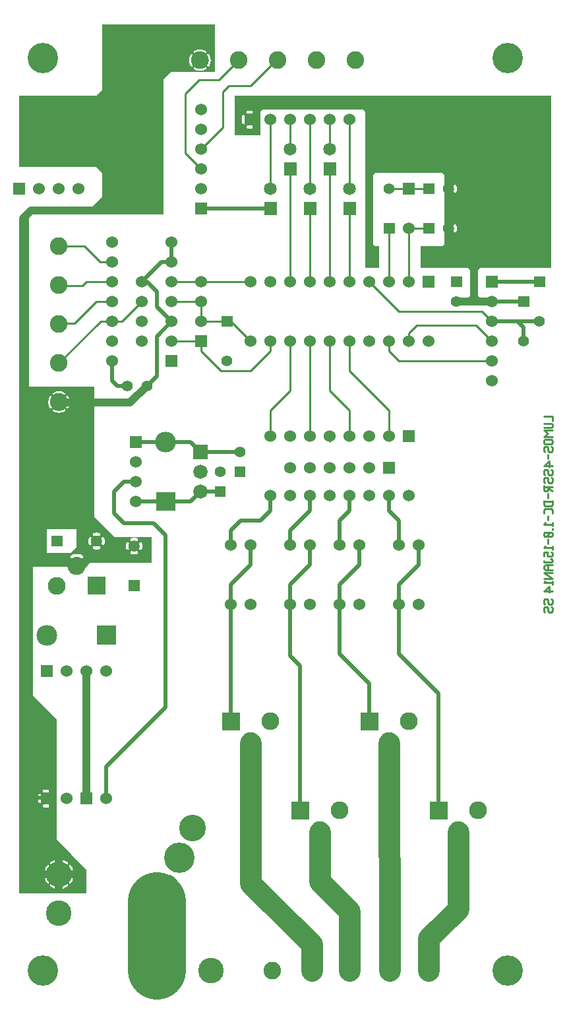
<source format=gbr>
G04 start of page 3 for group 3 idx 5 *
G04 Title: 4SSR-DC, bottom *
G04 Creator: pcb 20110918 *
G04 CreationDate: 五  1/17 15:31:06 2014 UTC *
G04 For: steve *
G04 Format: Gerber/RS-274X *
G04 PCB-Dimensions: 290000 515000 *
G04 PCB-Coordinate-Origin: lower left *
%MOIN*%
%FSLAX25Y25*%
%LNBOTTOM*%
%ADD61C,0.0430*%
%ADD60C,0.0512*%
%ADD59C,0.0500*%
%ADD58C,0.0420*%
%ADD57C,0.0454*%
%ADD56C,0.0380*%
%ADD55C,0.0300*%
%ADD54C,0.0280*%
%ADD53C,0.1495*%
%ADD52C,0.0650*%
%ADD51C,0.1050*%
%ADD50C,0.1350*%
%ADD49C,0.1535*%
%ADD48C,0.0720*%
%ADD47C,0.1287*%
%ADD46C,0.0887*%
%ADD45C,0.0900*%
%ADD44C,0.0550*%
%ADD43C,0.0600*%
%ADD42C,0.2930*%
%ADD41C,0.1100*%
%ADD40C,0.0400*%
%ADD39C,0.0100*%
%ADD38C,0.0200*%
%ADD37C,0.0001*%
G54D37*G36*
X33002Y314519D02*X33025Y314514D01*
X33260Y314495D01*
X33319Y314500D01*
X37072D01*
X36908Y314159D01*
X36704Y313818D01*
X36665Y313750D01*
X36638Y313676D01*
X36623Y313599D01*
X36621Y313520D01*
X36631Y313442D01*
X36652Y313366D01*
X36686Y313295D01*
X36730Y313230D01*
X36784Y313172D01*
X36846Y313124D01*
X36915Y313086D01*
X36989Y313059D01*
X37066Y313044D01*
X37145Y313042D01*
X37223Y313051D01*
X37298Y313073D01*
X37370Y313107D01*
X37435Y313151D01*
X37492Y313205D01*
X37539Y313267D01*
X37794Y313683D01*
X38005Y314123D01*
X38147Y314500D01*
X51000D01*
Y259000D01*
X33002D01*
Y310823D01*
X33244D01*
X33730Y310867D01*
X34210Y310954D01*
X34680Y311083D01*
X35137Y311255D01*
X35577Y311466D01*
X35996Y311716D01*
X36059Y311764D01*
X36113Y311822D01*
X36157Y311888D01*
X36191Y311960D01*
X36213Y312036D01*
X36223Y312115D01*
X36220Y312194D01*
X36205Y312272D01*
X36178Y312347D01*
X36140Y312417D01*
X36091Y312479D01*
X36033Y312534D01*
X35967Y312578D01*
X35895Y312612D01*
X35819Y312634D01*
X35740Y312644D01*
X35661Y312641D01*
X35583Y312626D01*
X35508Y312599D01*
X35440Y312559D01*
X35101Y312352D01*
X34742Y312179D01*
X34370Y312040D01*
X33986Y311934D01*
X33595Y311863D01*
X33199Y311827D01*
X33002D01*
Y314519D01*
G37*
G36*
Y324000D02*X51000D01*
Y317500D01*
X38298D01*
X38177Y317940D01*
X38005Y318397D01*
X37794Y318837D01*
X37544Y319256D01*
X37496Y319319D01*
X37438Y319373D01*
X37372Y319417D01*
X37300Y319451D01*
X37224Y319473D01*
X37145Y319483D01*
X37066Y319480D01*
X36988Y319465D01*
X36913Y319438D01*
X36843Y319400D01*
X36781Y319351D01*
X36726Y319293D01*
X36682Y319227D01*
X36648Y319155D01*
X36626Y319079D01*
X36616Y319000D01*
X36619Y318921D01*
X36634Y318843D01*
X36661Y318768D01*
X36701Y318700D01*
X36908Y318361D01*
X37081Y318002D01*
X37220Y317630D01*
X37256Y317500D01*
X33847D01*
X33683Y317601D01*
X33465Y317691D01*
X33235Y317746D01*
X33002Y317764D01*
Y320693D01*
X33199D01*
X33595Y320657D01*
X33986Y320586D01*
X34370Y320480D01*
X34742Y320341D01*
X35101Y320168D01*
X35442Y319964D01*
X35510Y319925D01*
X35584Y319898D01*
X35661Y319883D01*
X35740Y319881D01*
X35818Y319891D01*
X35894Y319912D01*
X35965Y319946D01*
X36030Y319990D01*
X36088Y320044D01*
X36136Y320106D01*
X36174Y320175D01*
X36201Y320249D01*
X36216Y320326D01*
X36218Y320405D01*
X36209Y320483D01*
X36187Y320558D01*
X36153Y320630D01*
X36109Y320695D01*
X36055Y320752D01*
X35993Y320799D01*
X35577Y321054D01*
X35137Y321265D01*
X34680Y321437D01*
X34210Y321566D01*
X33730Y321653D01*
X33244Y321697D01*
X33002D01*
Y324000D01*
G37*
G36*
X28473D02*X33002D01*
Y321697D01*
X32756D01*
X32270Y321653D01*
X31790Y321566D01*
X31320Y321437D01*
X30863Y321265D01*
X30423Y321054D01*
X30004Y320804D01*
X29941Y320756D01*
X29887Y320698D01*
X29843Y320632D01*
X29809Y320560D01*
X29787Y320484D01*
X29777Y320405D01*
X29780Y320326D01*
X29795Y320248D01*
X29822Y320173D01*
X29860Y320103D01*
X29909Y320041D01*
X29967Y319986D01*
X30033Y319942D01*
X30105Y319908D01*
X30181Y319886D01*
X30260Y319876D01*
X30339Y319879D01*
X30417Y319894D01*
X30492Y319921D01*
X30560Y319961D01*
X30899Y320168D01*
X31258Y320341D01*
X31630Y320480D01*
X32014Y320586D01*
X32405Y320657D01*
X32801Y320693D01*
X33002D01*
Y317764D01*
X33000Y317765D01*
X32765Y317746D01*
X32535Y317691D01*
X32317Y317601D01*
X32116Y317477D01*
X31936Y317324D01*
X31783Y317144D01*
X31659Y316943D01*
X31569Y316725D01*
X31514Y316495D01*
X31495Y316260D01*
X31514Y316025D01*
X31569Y315795D01*
X31659Y315577D01*
X31783Y315376D01*
X31939Y315199D01*
X32158Y314981D01*
X32196Y314936D01*
X32375Y314783D01*
X32376Y314783D01*
X32577Y314659D01*
X32795Y314569D01*
X33002Y314519D01*
Y311827D01*
X32801D01*
X32405Y311863D01*
X32014Y311934D01*
X31630Y312040D01*
X31258Y312179D01*
X30899Y312352D01*
X30558Y312556D01*
X30490Y312595D01*
X30416Y312622D01*
X30339Y312637D01*
X30260Y312639D01*
X30182Y312629D01*
X30106Y312608D01*
X30035Y312574D01*
X29970Y312530D01*
X29912Y312476D01*
X29864Y312414D01*
X29826Y312345D01*
X29799Y312271D01*
X29784Y312194D01*
X29782Y312115D01*
X29791Y312037D01*
X29813Y311962D01*
X29847Y311890D01*
X29891Y311825D01*
X29945Y311768D01*
X30007Y311721D01*
X30423Y311466D01*
X30863Y311255D01*
X31320Y311083D01*
X31790Y310954D01*
X32270Y310867D01*
X32756Y310823D01*
X33002D01*
Y259000D01*
X28473D01*
Y313242D01*
X28504Y313201D01*
X28562Y313147D01*
X28628Y313103D01*
X28700Y313069D01*
X28776Y313047D01*
X28855Y313037D01*
X28934Y313040D01*
X29012Y313055D01*
X29087Y313082D01*
X29157Y313120D01*
X29219Y313169D01*
X29274Y313227D01*
X29318Y313293D01*
X29352Y313365D01*
X29374Y313441D01*
X29384Y313520D01*
X29381Y313599D01*
X29366Y313677D01*
X29339Y313752D01*
X29299Y313820D01*
X29092Y314159D01*
X28919Y314518D01*
X28780Y314890D01*
X28674Y315274D01*
X28603Y315665D01*
X28567Y316061D01*
Y316459D01*
X28603Y316855D01*
X28674Y317246D01*
X28780Y317630D01*
X28919Y318002D01*
X29092Y318361D01*
X29296Y318702D01*
X29335Y318770D01*
X29362Y318844D01*
X29377Y318921D01*
X29379Y319000D01*
X29369Y319078D01*
X29348Y319154D01*
X29314Y319225D01*
X29270Y319290D01*
X29216Y319348D01*
X29154Y319396D01*
X29085Y319434D01*
X29011Y319461D01*
X28934Y319476D01*
X28855Y319478D01*
X28777Y319469D01*
X28702Y319447D01*
X28630Y319413D01*
X28565Y319369D01*
X28508Y319315D01*
X28473Y319269D01*
Y324000D01*
G37*
G36*
X13000D02*X28473D01*
Y319269D01*
X28461Y319253D01*
X28206Y318837D01*
X27995Y318397D01*
X27823Y317940D01*
X27694Y317470D01*
X27607Y316990D01*
X27563Y316504D01*
Y316016D01*
X27607Y315530D01*
X27694Y315050D01*
X27823Y314580D01*
X27995Y314123D01*
X28206Y313683D01*
X28456Y313264D01*
X28473Y313242D01*
Y259000D01*
X13000D01*
Y324000D01*
G37*
G36*
X74390Y248000D02*X80000D01*
Y235000D01*
X74390D01*
Y241535D01*
X74481Y241553D01*
X74592Y241593D01*
X74695Y241651D01*
X74788Y241723D01*
X74869Y241810D01*
X74935Y241908D01*
X74982Y242015D01*
X75103Y242375D01*
X75187Y242745D01*
X75237Y243121D01*
X75254Y243500D01*
X75237Y243879D01*
X75187Y244255D01*
X75103Y244625D01*
X74986Y244986D01*
X74937Y245094D01*
X74871Y245192D01*
X74790Y245279D01*
X74697Y245352D01*
X74593Y245409D01*
X74482Y245450D01*
X74390Y245468D01*
Y248000D01*
G37*
G36*
X71001D02*X74390D01*
Y245468D01*
X74366Y245473D01*
X74247Y245477D01*
X74130Y245463D01*
X74016Y245430D01*
X73908Y245380D01*
X73810Y245314D01*
X73723Y245233D01*
X73650Y245140D01*
X73593Y245036D01*
X73552Y244925D01*
X73529Y244809D01*
X73525Y244690D01*
X73539Y244573D01*
X73574Y244460D01*
X73652Y244227D01*
X73706Y243988D01*
X73739Y243745D01*
X73750Y243500D01*
X73739Y243255D01*
X73706Y243012D01*
X73652Y242773D01*
X73577Y242539D01*
X73542Y242427D01*
X73528Y242310D01*
X73532Y242192D01*
X73555Y242076D01*
X73595Y241965D01*
X73653Y241862D01*
X73725Y241769D01*
X73812Y241688D01*
X73910Y241622D01*
X74017Y241573D01*
X74130Y241540D01*
X74247Y241526D01*
X74365Y241530D01*
X74390Y241535D01*
Y235000D01*
X71001D01*
Y239246D01*
X71379Y239263D01*
X71755Y239313D01*
X72125Y239397D01*
X72486Y239514D01*
X72594Y239563D01*
X72692Y239629D01*
X72779Y239710D01*
X72852Y239803D01*
X72909Y239907D01*
X72950Y240018D01*
X72973Y240134D01*
X72977Y240253D01*
X72963Y240370D01*
X72930Y240484D01*
X72880Y240592D01*
X72814Y240690D01*
X72733Y240777D01*
X72640Y240850D01*
X72536Y240907D01*
X72425Y240948D01*
X72309Y240971D01*
X72190Y240975D01*
X72073Y240961D01*
X71960Y240926D01*
X71727Y240848D01*
X71488Y240794D01*
X71245Y240761D01*
X71001Y240750D01*
Y246250D01*
X71245Y246239D01*
X71488Y246206D01*
X71727Y246152D01*
X71961Y246077D01*
X72073Y246042D01*
X72190Y246028D01*
X72308Y246032D01*
X72424Y246055D01*
X72535Y246095D01*
X72638Y246153D01*
X72731Y246225D01*
X72812Y246312D01*
X72878Y246410D01*
X72927Y246517D01*
X72960Y246630D01*
X72974Y246747D01*
X72970Y246865D01*
X72947Y246981D01*
X72907Y247092D01*
X72849Y247195D01*
X72777Y247288D01*
X72690Y247369D01*
X72592Y247435D01*
X72485Y247482D01*
X72125Y247603D01*
X71755Y247687D01*
X71379Y247737D01*
X71001Y247754D01*
Y248000D01*
G37*
G36*
X67610D02*X71001D01*
Y247754D01*
X71000Y247754D01*
X70621Y247737D01*
X70245Y247687D01*
X69875Y247603D01*
X69514Y247486D01*
X69406Y247437D01*
X69308Y247371D01*
X69221Y247290D01*
X69148Y247197D01*
X69091Y247093D01*
X69050Y246982D01*
X69027Y246866D01*
X69023Y246747D01*
X69037Y246630D01*
X69070Y246516D01*
X69120Y246408D01*
X69186Y246310D01*
X69267Y246223D01*
X69360Y246150D01*
X69464Y246093D01*
X69575Y246052D01*
X69691Y246029D01*
X69810Y246025D01*
X69927Y246039D01*
X70040Y246074D01*
X70273Y246152D01*
X70512Y246206D01*
X70755Y246239D01*
X71000Y246250D01*
X71001Y246250D01*
Y240750D01*
X71000Y240750D01*
X70755Y240761D01*
X70512Y240794D01*
X70273Y240848D01*
X70039Y240923D01*
X69927Y240958D01*
X69810Y240972D01*
X69692Y240968D01*
X69576Y240945D01*
X69465Y240905D01*
X69362Y240847D01*
X69269Y240775D01*
X69188Y240688D01*
X69122Y240590D01*
X69073Y240483D01*
X69040Y240370D01*
X69026Y240253D01*
X69030Y240135D01*
X69053Y240019D01*
X69093Y239908D01*
X69150Y239805D01*
X69223Y239712D01*
X69310Y239631D01*
X69408Y239565D01*
X69515Y239518D01*
X69875Y239397D01*
X70245Y239313D01*
X70621Y239263D01*
X71000Y239246D01*
X71001Y239246D01*
Y235000D01*
X67610D01*
Y241532D01*
X67634Y241527D01*
X67753Y241523D01*
X67870Y241537D01*
X67984Y241570D01*
X68092Y241620D01*
X68190Y241686D01*
X68277Y241767D01*
X68350Y241860D01*
X68407Y241964D01*
X68448Y242075D01*
X68471Y242191D01*
X68475Y242310D01*
X68461Y242427D01*
X68426Y242540D01*
X68348Y242773D01*
X68294Y243012D01*
X68261Y243255D01*
X68250Y243500D01*
X68261Y243745D01*
X68294Y243988D01*
X68348Y244227D01*
X68423Y244461D01*
X68458Y244573D01*
X68472Y244690D01*
X68468Y244808D01*
X68445Y244924D01*
X68405Y245035D01*
X68347Y245138D01*
X68275Y245231D01*
X68188Y245312D01*
X68090Y245378D01*
X67983Y245427D01*
X67870Y245460D01*
X67753Y245474D01*
X67635Y245470D01*
X67610Y245465D01*
Y248000D01*
G37*
G36*
X55390Y253610D02*X61000Y248000D01*
X67610D01*
Y245465D01*
X67519Y245447D01*
X67408Y245407D01*
X67305Y245350D01*
X67212Y245277D01*
X67131Y245190D01*
X67065Y245092D01*
X67018Y244985D01*
X66897Y244625D01*
X66813Y244255D01*
X66763Y243879D01*
X66746Y243500D01*
X66763Y243121D01*
X66813Y242745D01*
X66897Y242375D01*
X67014Y242014D01*
X67063Y241906D01*
X67129Y241808D01*
X67210Y241721D01*
X67303Y241648D01*
X67407Y241591D01*
X67518Y241550D01*
X67610Y241532D01*
Y235000D01*
X55390D01*
Y244035D01*
X55481Y244053D01*
X55592Y244093D01*
X55695Y244151D01*
X55788Y244223D01*
X55869Y244310D01*
X55935Y244408D01*
X55982Y244515D01*
X56103Y244875D01*
X56187Y245245D01*
X56237Y245621D01*
X56254Y246000D01*
X56237Y246379D01*
X56187Y246755D01*
X56103Y247125D01*
X55986Y247486D01*
X55937Y247594D01*
X55871Y247692D01*
X55790Y247779D01*
X55697Y247852D01*
X55593Y247909D01*
X55482Y247950D01*
X55390Y247968D01*
Y253610D01*
G37*
G36*
X52001Y256999D02*X55390Y253610D01*
Y247968D01*
X55366Y247973D01*
X55247Y247977D01*
X55130Y247963D01*
X55016Y247930D01*
X54908Y247880D01*
X54810Y247814D01*
X54723Y247733D01*
X54650Y247640D01*
X54593Y247536D01*
X54552Y247425D01*
X54529Y247309D01*
X54525Y247190D01*
X54539Y247073D01*
X54574Y246960D01*
X54652Y246727D01*
X54706Y246488D01*
X54739Y246245D01*
X54750Y246000D01*
X54739Y245755D01*
X54706Y245512D01*
X54652Y245273D01*
X54577Y245039D01*
X54542Y244927D01*
X54528Y244810D01*
X54532Y244692D01*
X54555Y244576D01*
X54595Y244465D01*
X54653Y244362D01*
X54725Y244269D01*
X54812Y244188D01*
X54910Y244122D01*
X55017Y244073D01*
X55130Y244040D01*
X55247Y244026D01*
X55365Y244030D01*
X55390Y244035D01*
Y235000D01*
X52001D01*
Y241746D01*
X52379Y241763D01*
X52755Y241813D01*
X53125Y241897D01*
X53486Y242014D01*
X53594Y242063D01*
X53692Y242129D01*
X53779Y242210D01*
X53852Y242303D01*
X53909Y242407D01*
X53950Y242518D01*
X53973Y242634D01*
X53977Y242753D01*
X53963Y242870D01*
X53930Y242984D01*
X53880Y243092D01*
X53814Y243190D01*
X53733Y243277D01*
X53640Y243350D01*
X53536Y243407D01*
X53425Y243448D01*
X53309Y243471D01*
X53190Y243475D01*
X53073Y243461D01*
X52960Y243426D01*
X52727Y243348D01*
X52488Y243294D01*
X52245Y243261D01*
X52001Y243250D01*
Y248750D01*
X52245Y248739D01*
X52488Y248706D01*
X52727Y248652D01*
X52961Y248577D01*
X53073Y248542D01*
X53190Y248528D01*
X53308Y248532D01*
X53424Y248555D01*
X53535Y248595D01*
X53638Y248653D01*
X53731Y248725D01*
X53812Y248812D01*
X53878Y248910D01*
X53927Y249017D01*
X53960Y249130D01*
X53974Y249247D01*
X53970Y249365D01*
X53947Y249481D01*
X53907Y249592D01*
X53849Y249695D01*
X53777Y249788D01*
X53690Y249869D01*
X53592Y249935D01*
X53485Y249982D01*
X53125Y250103D01*
X52755Y250187D01*
X52379Y250237D01*
X52001Y250254D01*
Y256999D01*
G37*
G36*
X48610Y261000D02*X51000D01*
Y258000D01*
X52001Y256999D01*
Y250254D01*
X52000Y250254D01*
X51621Y250237D01*
X51245Y250187D01*
X50875Y250103D01*
X50514Y249986D01*
X50406Y249937D01*
X50308Y249871D01*
X50221Y249790D01*
X50148Y249697D01*
X50091Y249593D01*
X50050Y249482D01*
X50027Y249366D01*
X50023Y249247D01*
X50037Y249130D01*
X50070Y249016D01*
X50120Y248908D01*
X50186Y248810D01*
X50267Y248723D01*
X50360Y248650D01*
X50464Y248593D01*
X50575Y248552D01*
X50691Y248529D01*
X50810Y248525D01*
X50927Y248539D01*
X51040Y248574D01*
X51273Y248652D01*
X51512Y248706D01*
X51755Y248739D01*
X52000Y248750D01*
X52001Y248750D01*
Y243250D01*
X52000Y243250D01*
X51755Y243261D01*
X51512Y243294D01*
X51273Y243348D01*
X51039Y243423D01*
X50927Y243458D01*
X50810Y243472D01*
X50692Y243468D01*
X50576Y243445D01*
X50465Y243405D01*
X50362Y243347D01*
X50269Y243275D01*
X50188Y243188D01*
X50122Y243090D01*
X50073Y242983D01*
X50040Y242870D01*
X50026Y242753D01*
X50030Y242635D01*
X50053Y242519D01*
X50093Y242408D01*
X50150Y242305D01*
X50223Y242212D01*
X50310Y242131D01*
X50408Y242065D01*
X50515Y242018D01*
X50875Y241897D01*
X51245Y241813D01*
X51621Y241763D01*
X52000Y241746D01*
X52001Y241746D01*
Y235000D01*
X48610D01*
Y244032D01*
X48634Y244027D01*
X48753Y244023D01*
X48870Y244037D01*
X48984Y244070D01*
X49092Y244120D01*
X49190Y244186D01*
X49277Y244267D01*
X49350Y244360D01*
X49407Y244464D01*
X49448Y244575D01*
X49471Y244691D01*
X49475Y244810D01*
X49461Y244927D01*
X49426Y245040D01*
X49348Y245273D01*
X49294Y245512D01*
X49261Y245755D01*
X49250Y246000D01*
X49261Y246245D01*
X49294Y246488D01*
X49348Y246727D01*
X49423Y246961D01*
X49458Y247073D01*
X49472Y247190D01*
X49468Y247308D01*
X49445Y247424D01*
X49405Y247535D01*
X49347Y247638D01*
X49275Y247731D01*
X49188Y247812D01*
X49090Y247878D01*
X48983Y247927D01*
X48870Y247960D01*
X48753Y247974D01*
X48635Y247970D01*
X48610Y247965D01*
Y261000D01*
G37*
G36*
X42000D02*X48610D01*
Y247965D01*
X48519Y247947D01*
X48408Y247907D01*
X48305Y247850D01*
X48212Y247777D01*
X48131Y247690D01*
X48065Y247592D01*
X48018Y247485D01*
X47897Y247125D01*
X47813Y246755D01*
X47763Y246379D01*
X47746Y246000D01*
X47763Y245621D01*
X47813Y245245D01*
X47897Y244875D01*
X48014Y244514D01*
X48063Y244406D01*
X48129Y244308D01*
X48210Y244221D01*
X48303Y244148D01*
X48407Y244091D01*
X48518Y244050D01*
X48610Y244032D01*
Y235000D01*
X47811D01*
X47705Y235378D01*
X47511Y235888D01*
X47272Y236378D01*
X47208Y236478D01*
X47128Y236566D01*
X47035Y236640D01*
X46932Y236699D01*
X46821Y236742D01*
X46705Y236766D01*
X46587Y236772D01*
X46468Y236760D01*
X46354Y236729D01*
X46245Y236680D01*
X46146Y236615D01*
X46058Y236535D01*
X45983Y236443D01*
X45924Y236340D01*
X45882Y236229D01*
X45871Y236178D01*
X45866Y236181D01*
X45430Y236362D01*
X44971Y236472D01*
X44500Y236500D01*
X41998D01*
Y237995D01*
X42204D01*
X42611Y237958D01*
X43013Y237884D01*
X43407Y237774D01*
X43789Y237629D01*
X44156Y237450D01*
X44263Y237400D01*
X44377Y237369D01*
X44494Y237356D01*
X44612Y237362D01*
X44728Y237386D01*
X44838Y237428D01*
X44940Y237487D01*
X45032Y237561D01*
X45111Y237649D01*
X45176Y237748D01*
X45224Y237855D01*
X45255Y237969D01*
X45268Y238087D01*
X45262Y238205D01*
X45237Y238320D01*
X45195Y238430D01*
X45136Y238533D01*
X45062Y238625D01*
X44975Y238704D01*
X44875Y238766D01*
X44388Y239011D01*
X43878Y239205D01*
X43352Y239352D01*
X42816Y239451D01*
X42273Y239500D01*
X41998D01*
Y242998D01*
X42000Y243000D01*
Y261000D01*
G37*
G36*
X41998Y236500D02*X39500D01*
X39029Y236472D01*
X38570Y236362D01*
X38134Y236181D01*
X38125Y236176D01*
X38114Y236228D01*
X38072Y236338D01*
X38013Y236440D01*
X37939Y236532D01*
X37851Y236611D01*
X37752Y236676D01*
X37645Y236724D01*
X37531Y236755D01*
X37413Y236768D01*
X37295Y236762D01*
X37180Y236737D01*
X37070Y236695D01*
X36967Y236636D01*
X36875Y236562D01*
X36796Y236475D01*
X36734Y236375D01*
X36489Y235888D01*
X36295Y235378D01*
X36189Y235000D01*
X34000D01*
X41998Y242998D01*
Y239500D01*
X41727D01*
X41184Y239451D01*
X40648Y239352D01*
X40122Y239205D01*
X39612Y239011D01*
X39122Y238772D01*
X39022Y238708D01*
X38934Y238628D01*
X38860Y238535D01*
X38801Y238432D01*
X38758Y238321D01*
X38734Y238205D01*
X38728Y238087D01*
X38740Y237968D01*
X38771Y237854D01*
X38820Y237745D01*
X38885Y237646D01*
X38965Y237558D01*
X39057Y237483D01*
X39160Y237424D01*
X39271Y237382D01*
X39387Y237357D01*
X39506Y237351D01*
X39624Y237364D01*
X39739Y237395D01*
X39846Y237446D01*
X40211Y237629D01*
X40593Y237774D01*
X40987Y237884D01*
X41389Y237958D01*
X41796Y237995D01*
X41998D01*
Y236500D01*
G37*
G36*
X13000Y259000D02*Y261000D01*
X42000D01*
Y252000D01*
X27000D01*
Y240000D01*
X42000D01*
Y239500D01*
X41727D01*
X41184Y239451D01*
X40648Y239352D01*
X40122Y239205D01*
X39612Y239011D01*
X39122Y238772D01*
X39022Y238708D01*
X38934Y238628D01*
X38860Y238535D01*
X38801Y238432D01*
X38758Y238321D01*
X38734Y238205D01*
X38728Y238087D01*
X38740Y237968D01*
X38771Y237854D01*
X38820Y237745D01*
X38885Y237646D01*
X38965Y237558D01*
X39057Y237483D01*
X39160Y237424D01*
X39271Y237382D01*
X39387Y237357D01*
X39506Y237351D01*
X39624Y237364D01*
X39739Y237395D01*
X39846Y237446D01*
X40211Y237629D01*
X40593Y237774D01*
X40987Y237884D01*
X41389Y237958D01*
X41796Y237995D01*
X42000D01*
Y236500D01*
X39500D01*
X39029Y236472D01*
X38570Y236362D01*
X38134Y236181D01*
X38125Y236176D01*
X38114Y236228D01*
X38072Y236338D01*
X38013Y236440D01*
X37939Y236532D01*
X37851Y236611D01*
X37752Y236676D01*
X37645Y236724D01*
X37531Y236755D01*
X37413Y236768D01*
X37295Y236762D01*
X37180Y236737D01*
X37070Y236695D01*
X36967Y236636D01*
X36875Y236562D01*
X36796Y236475D01*
X36734Y236375D01*
X36489Y235888D01*
X36295Y235378D01*
X36148Y234852D01*
X36049Y234316D01*
X36000Y233773D01*
Y233227D01*
X36021Y233000D01*
X20000D01*
Y228000D01*
X13000D01*
Y259000D01*
G37*
G36*
Y229000D02*X20000D01*
Y158000D01*
X13000D01*
Y229000D01*
G37*
G36*
X39248Y79207D02*X39329Y78858D01*
X39410Y78274D01*
X39437Y77685D01*
X39410Y77096D01*
X39329Y76512D01*
X39248Y76163D01*
Y79207D01*
G37*
G36*
Y87752D02*X47000Y80000D01*
Y68000D01*
X39248D01*
Y73651D01*
X39348Y73796D01*
X39677Y74393D01*
X39951Y75018D01*
X40165Y75665D01*
X40320Y76329D01*
X40414Y77004D01*
X40445Y77685D01*
X40414Y78366D01*
X40320Y79041D01*
X40165Y79705D01*
X39951Y80352D01*
X39677Y80977D01*
X39348Y81574D01*
X39248Y81722D01*
Y87752D01*
G37*
G36*
X33003Y93997D02*X39248Y87752D01*
Y81722D01*
X38966Y82138D01*
X38914Y82199D01*
X38852Y82250D01*
X38784Y82291D01*
X38710Y82320D01*
X38632Y82338D01*
X38552Y82343D01*
X38473Y82336D01*
X38396Y82316D01*
X38322Y82285D01*
X38255Y82242D01*
X38195Y82189D01*
X38144Y82128D01*
X38103Y82060D01*
X38074Y81985D01*
X38056Y81908D01*
X38051Y81828D01*
X38058Y81749D01*
X38078Y81671D01*
X38109Y81598D01*
X38153Y81532D01*
X38489Y81048D01*
X38774Y80531D01*
X39010Y79991D01*
X39195Y79432D01*
X39248Y79207D01*
Y76163D01*
X39195Y75938D01*
X39010Y75379D01*
X38774Y74839D01*
X38489Y74322D01*
X38158Y73834D01*
X38115Y73769D01*
X38084Y73696D01*
X38065Y73620D01*
X38057Y73542D01*
X38063Y73463D01*
X38080Y73387D01*
X38109Y73313D01*
X38149Y73246D01*
X38200Y73185D01*
X38259Y73133D01*
X38326Y73091D01*
X38398Y73060D01*
X38474Y73041D01*
X38552Y73034D01*
X38631Y73039D01*
X38708Y73056D01*
X38781Y73086D01*
X38849Y73126D01*
X38909Y73176D01*
X38960Y73236D01*
X39248Y73651D01*
Y68000D01*
X33003D01*
Y70240D01*
X33681Y70271D01*
X34356Y70365D01*
X35020Y70520D01*
X35667Y70734D01*
X36292Y71008D01*
X36889Y71337D01*
X37453Y71719D01*
X37514Y71771D01*
X37565Y71833D01*
X37606Y71901D01*
X37635Y71975D01*
X37653Y72053D01*
X37658Y72133D01*
X37651Y72212D01*
X37631Y72289D01*
X37600Y72363D01*
X37557Y72430D01*
X37504Y72490D01*
X37443Y72541D01*
X37375Y72582D01*
X37300Y72611D01*
X37223Y72629D01*
X37143Y72634D01*
X37064Y72627D01*
X36986Y72607D01*
X36913Y72576D01*
X36847Y72532D01*
X36363Y72196D01*
X35846Y71911D01*
X35306Y71675D01*
X34747Y71490D01*
X34173Y71356D01*
X33589Y71275D01*
X33003Y71248D01*
Y84122D01*
X33589Y84095D01*
X34173Y84014D01*
X34747Y83880D01*
X35306Y83695D01*
X35846Y83459D01*
X36363Y83174D01*
X36851Y82843D01*
X36916Y82800D01*
X36989Y82769D01*
X37065Y82750D01*
X37143Y82742D01*
X37222Y82748D01*
X37298Y82765D01*
X37372Y82794D01*
X37439Y82834D01*
X37500Y82885D01*
X37552Y82944D01*
X37594Y83011D01*
X37625Y83083D01*
X37644Y83159D01*
X37651Y83238D01*
X37646Y83316D01*
X37629Y83393D01*
X37599Y83466D01*
X37559Y83534D01*
X37509Y83594D01*
X37449Y83645D01*
X36889Y84033D01*
X36292Y84362D01*
X35667Y84636D01*
X35020Y84850D01*
X34356Y85005D01*
X33681Y85099D01*
X33003Y85130D01*
Y93997D01*
G37*
G36*
X27000Y100000D02*X33003Y93997D01*
Y85130D01*
X33000Y85130D01*
X32319Y85099D01*
X31644Y85005D01*
X30980Y84850D01*
X30333Y84636D01*
X29708Y84362D01*
X29111Y84033D01*
X28547Y83651D01*
X28486Y83599D01*
X28435Y83537D01*
X28394Y83469D01*
X28365Y83395D01*
X28347Y83317D01*
X28342Y83237D01*
X28349Y83158D01*
X28369Y83081D01*
X28400Y83007D01*
X28443Y82940D01*
X28496Y82880D01*
X28557Y82829D01*
X28625Y82788D01*
X28700Y82759D01*
X28777Y82741D01*
X28857Y82736D01*
X28936Y82743D01*
X29014Y82763D01*
X29087Y82794D01*
X29153Y82838D01*
X29637Y83174D01*
X30154Y83459D01*
X30694Y83695D01*
X31253Y83880D01*
X31827Y84014D01*
X32411Y84095D01*
X33000Y84122D01*
X33003Y84122D01*
Y71248D01*
X33000Y71248D01*
X32411Y71275D01*
X31827Y71356D01*
X31253Y71490D01*
X30694Y71675D01*
X30154Y71911D01*
X29637Y72196D01*
X29149Y72527D01*
X29084Y72570D01*
X29011Y72601D01*
X28935Y72620D01*
X28857Y72628D01*
X28778Y72622D01*
X28702Y72605D01*
X28628Y72576D01*
X28561Y72536D01*
X28500Y72485D01*
X28448Y72426D01*
X28406Y72359D01*
X28375Y72287D01*
X28356Y72211D01*
X28349Y72133D01*
X28354Y72054D01*
X28371Y71977D01*
X28401Y71904D01*
X28441Y71836D01*
X28491Y71776D01*
X28551Y71725D01*
X29111Y71337D01*
X29708Y71008D01*
X30333Y70734D01*
X30980Y70520D01*
X31644Y70365D01*
X32319Y70271D01*
X33000Y70240D01*
X33003Y70240D01*
Y68000D01*
X26752D01*
Y73648D01*
X27034Y73232D01*
X27086Y73171D01*
X27148Y73120D01*
X27216Y73079D01*
X27290Y73050D01*
X27368Y73032D01*
X27448Y73027D01*
X27527Y73034D01*
X27604Y73054D01*
X27678Y73085D01*
X27745Y73128D01*
X27805Y73181D01*
X27856Y73242D01*
X27897Y73310D01*
X27926Y73385D01*
X27944Y73462D01*
X27949Y73542D01*
X27942Y73621D01*
X27922Y73699D01*
X27891Y73772D01*
X27847Y73838D01*
X27511Y74322D01*
X27226Y74839D01*
X26990Y75379D01*
X26805Y75938D01*
X26752Y76163D01*
Y79207D01*
X26805Y79432D01*
X26990Y79991D01*
X27226Y80531D01*
X27511Y81048D01*
X27842Y81536D01*
X27885Y81601D01*
X27916Y81674D01*
X27935Y81750D01*
X27943Y81828D01*
X27937Y81907D01*
X27920Y81983D01*
X27891Y82057D01*
X27851Y82124D01*
X27800Y82185D01*
X27741Y82237D01*
X27674Y82279D01*
X27602Y82310D01*
X27526Y82329D01*
X27448Y82336D01*
X27369Y82331D01*
X27292Y82314D01*
X27219Y82284D01*
X27151Y82244D01*
X27091Y82194D01*
X27040Y82134D01*
X26752Y81719D01*
Y100000D01*
X27000D01*
G37*
G36*
X26752Y76163D02*X26671Y76512D01*
X26590Y77096D01*
X26563Y77685D01*
X26590Y78274D01*
X26671Y78858D01*
X26752Y79207D01*
Y76163D01*
G37*
G36*
Y68000D02*X13000D01*
Y100000D01*
X26752D01*
Y81719D01*
X26652Y81574D01*
X26323Y80977D01*
X26049Y80352D01*
X25835Y79705D01*
X25680Y79041D01*
X25586Y78366D01*
X25555Y77685D01*
X25586Y77004D01*
X25680Y76329D01*
X25835Y75665D01*
X26049Y75018D01*
X26323Y74393D01*
X26652Y73796D01*
X26752Y73648D01*
Y68000D01*
G37*
G36*
X13000Y159000D02*X20000D01*
Y100000D01*
X13000D01*
Y159000D01*
G37*
G36*
X23250Y164750D02*X31000Y157000D01*
Y118208D01*
X30982Y118215D01*
X30868Y118243D01*
X30750Y118252D01*
X30632Y118243D01*
X30518Y118215D01*
X30408Y118170D01*
X30308Y118109D01*
X30218Y118032D01*
X30215Y118028D01*
X30121Y118121D01*
X29769Y118435D01*
X29366Y118681D01*
X28930Y118862D01*
X28471Y118972D01*
X28118Y119000D01*
X28500D01*
X28618Y119007D01*
X28732Y119035D01*
X28842Y119080D01*
X28942Y119141D01*
X29032Y119218D01*
X29109Y119308D01*
X29170Y119408D01*
X29215Y119518D01*
X29243Y119632D01*
X29252Y119750D01*
X29243Y119868D01*
X29215Y119982D01*
X29170Y120092D01*
X29109Y120192D01*
X29032Y120282D01*
X28942Y120359D01*
X28842Y120420D01*
X28732Y120465D01*
X28618Y120493D01*
X28500Y120500D01*
X25500D01*
X25382Y120493D01*
X25268Y120465D01*
X25158Y120420D01*
X25058Y120359D01*
X24968Y120282D01*
X24891Y120192D01*
X24830Y120092D01*
X24785Y119982D01*
X24757Y119868D01*
X24748Y119750D01*
X24757Y119632D01*
X24785Y119518D01*
X24830Y119408D01*
X24891Y119308D01*
X24968Y119218D01*
X25058Y119141D01*
X25158Y119080D01*
X25268Y119035D01*
X25382Y119007D01*
X25500Y119000D01*
X27882D01*
X27529Y118972D01*
X27070Y118862D01*
X26634Y118681D01*
X26231Y118435D01*
X25872Y118128D01*
X25565Y117769D01*
X25319Y117366D01*
X25138Y116930D01*
X25028Y116471D01*
X24991Y116000D01*
X25028Y115529D01*
X25138Y115070D01*
X25319Y114634D01*
X25565Y114231D01*
X25879Y113879D01*
X26194Y113564D01*
X26546Y113250D01*
X26949Y113004D01*
X26958Y113000D01*
X25500D01*
X25382Y112993D01*
X25268Y112965D01*
X25158Y112920D01*
X25058Y112859D01*
X24968Y112782D01*
X24891Y112692D01*
X24830Y112592D01*
X24785Y112482D01*
X24757Y112368D01*
X24748Y112250D01*
X24757Y112132D01*
X24785Y112018D01*
X24830Y111908D01*
X24891Y111808D01*
X24968Y111718D01*
X25058Y111641D01*
X25158Y111580D01*
X25268Y111535D01*
X25382Y111507D01*
X25500Y111500D01*
X28500D01*
X28618Y111507D01*
X28732Y111535D01*
X28842Y111580D01*
X28942Y111641D01*
X29032Y111718D01*
X29109Y111808D01*
X29170Y111908D01*
X29215Y112018D01*
X29243Y112132D01*
X29252Y112250D01*
X29243Y112368D01*
X29215Y112482D01*
X29170Y112592D01*
X29109Y112692D01*
X29039Y112774D01*
X29245Y112823D01*
X29681Y113004D01*
X30084Y113250D01*
X30443Y113557D01*
X30617Y113761D01*
X30632Y113757D01*
X30750Y113748D01*
X30868Y113757D01*
X30982Y113785D01*
X31000Y113792D01*
Y86000D01*
X23250D01*
Y113748D01*
X23368Y113757D01*
X23482Y113785D01*
X23592Y113830D01*
X23692Y113891D01*
X23782Y113968D01*
X23859Y114058D01*
X23920Y114158D01*
X23965Y114268D01*
X23993Y114382D01*
X24000Y114500D01*
Y117500D01*
X23993Y117618D01*
X23965Y117732D01*
X23920Y117842D01*
X23859Y117942D01*
X23782Y118032D01*
X23692Y118109D01*
X23592Y118170D01*
X23482Y118215D01*
X23368Y118243D01*
X23250Y118252D01*
Y164750D01*
G37*
G36*
X19000Y169000D02*X23250Y164750D01*
Y118252D01*
X23132Y118243D01*
X23018Y118215D01*
X22908Y118170D01*
X22808Y118109D01*
X22718Y118032D01*
X22641Y117942D01*
X22580Y117842D01*
X22535Y117732D01*
X22507Y117618D01*
X22500Y117500D01*
Y114500D01*
X22507Y114382D01*
X22535Y114268D01*
X22580Y114158D01*
X22641Y114058D01*
X22718Y113968D01*
X22808Y113891D01*
X22908Y113830D01*
X23018Y113785D01*
X23132Y113757D01*
X23250Y113748D01*
Y86000D01*
X13000D01*
Y169000D01*
X19000D01*
G37*
G36*
X29000Y103000D02*X32000D01*
Y86000D01*
X29000D01*
Y103000D01*
G37*
G36*
X28000Y130000D02*X32000D01*
Y102000D01*
X28000D01*
Y111500D01*
X28500D01*
X28618Y111507D01*
X28732Y111535D01*
X28842Y111580D01*
X28942Y111641D01*
X29032Y111718D01*
X29109Y111808D01*
X29170Y111908D01*
X29215Y112018D01*
X29243Y112132D01*
X29252Y112250D01*
X29243Y112368D01*
X29215Y112482D01*
X29170Y112592D01*
X29109Y112692D01*
X29039Y112774D01*
X29245Y112823D01*
X29681Y113004D01*
X30084Y113250D01*
X30443Y113557D01*
X30617Y113761D01*
X30632Y113757D01*
X30750Y113748D01*
X30868Y113757D01*
X30982Y113785D01*
X31092Y113830D01*
X31192Y113891D01*
X31282Y113968D01*
X31359Y114058D01*
X31420Y114158D01*
X31465Y114268D01*
X31493Y114382D01*
X31500Y114500D01*
Y117500D01*
X31493Y117618D01*
X31465Y117732D01*
X31420Y117842D01*
X31359Y117942D01*
X31282Y118032D01*
X31192Y118109D01*
X31092Y118170D01*
X30982Y118215D01*
X30868Y118243D01*
X30750Y118252D01*
X30632Y118243D01*
X30518Y118215D01*
X30408Y118170D01*
X30308Y118109D01*
X30218Y118032D01*
X30215Y118028D01*
X30121Y118121D01*
X29769Y118435D01*
X29366Y118681D01*
X28930Y118862D01*
X28471Y118972D01*
X28118Y119000D01*
X28500D01*
X28618Y119007D01*
X28732Y119035D01*
X28842Y119080D01*
X28942Y119141D01*
X29032Y119218D01*
X29109Y119308D01*
X29170Y119408D01*
X29215Y119518D01*
X29243Y119632D01*
X29252Y119750D01*
X29243Y119868D01*
X29215Y119982D01*
X29170Y120092D01*
X29109Y120192D01*
X29032Y120282D01*
X28942Y120359D01*
X28842Y120420D01*
X28732Y120465D01*
X28618Y120493D01*
X28500Y120500D01*
X28000D01*
Y130000D01*
G37*
G36*
X30000Y158000D02*X32000Y156000D01*
Y129000D01*
X30000D01*
Y158000D01*
G37*
G36*
X28124Y125000D02*X32000D01*
Y98000D01*
X28124D01*
Y111500D01*
X28500D01*
X28618Y111507D01*
X28732Y111535D01*
X28842Y111580D01*
X28942Y111641D01*
X29032Y111718D01*
X29109Y111808D01*
X29170Y111908D01*
X29215Y112018D01*
X29243Y112132D01*
X29252Y112250D01*
X29243Y112368D01*
X29215Y112482D01*
X29170Y112592D01*
X29109Y112692D01*
X29039Y112774D01*
X29245Y112823D01*
X29681Y113004D01*
X30084Y113250D01*
X30443Y113557D01*
X30617Y113761D01*
X30632Y113757D01*
X30750Y113748D01*
X30868Y113757D01*
X30982Y113785D01*
X31092Y113830D01*
X31192Y113891D01*
X31282Y113968D01*
X31359Y114058D01*
X31420Y114158D01*
X31465Y114268D01*
X31493Y114382D01*
X31500Y114500D01*
Y117500D01*
X31493Y117618D01*
X31465Y117732D01*
X31420Y117842D01*
X31359Y117942D01*
X31282Y118032D01*
X31192Y118109D01*
X31092Y118170D01*
X30982Y118215D01*
X30868Y118243D01*
X30750Y118252D01*
X30632Y118243D01*
X30518Y118215D01*
X30408Y118170D01*
X30308Y118109D01*
X30218Y118032D01*
X30215Y118028D01*
X30121Y118121D01*
X29769Y118435D01*
X29366Y118681D01*
X28930Y118862D01*
X28471Y118972D01*
X28124Y119000D01*
Y119000D01*
X28500D01*
X28618Y119007D01*
X28732Y119035D01*
X28842Y119080D01*
X28942Y119141D01*
X29032Y119218D01*
X29109Y119308D01*
X29170Y119408D01*
X29215Y119518D01*
X29243Y119632D01*
X29252Y119750D01*
X29243Y119868D01*
X29215Y119982D01*
X29170Y120092D01*
X29109Y120192D01*
X29032Y120282D01*
X28942Y120359D01*
X28842Y120420D01*
X28732Y120465D01*
X28618Y120493D01*
X28500Y120500D01*
X28124D01*
Y125000D01*
G37*
G36*
Y119000D02*X28118Y119000D01*
X28124D01*
Y119000D01*
G37*
G36*
X23000Y125000D02*X28124D01*
Y120500D01*
X25500D01*
X25382Y120493D01*
X25268Y120465D01*
X25158Y120420D01*
X25058Y120359D01*
X24968Y120282D01*
X24891Y120192D01*
X24830Y120092D01*
X24785Y119982D01*
X24757Y119868D01*
X24748Y119750D01*
X24757Y119632D01*
X24785Y119518D01*
X24830Y119408D01*
X24891Y119308D01*
X24968Y119218D01*
X25058Y119141D01*
X25158Y119080D01*
X25268Y119035D01*
X25382Y119007D01*
X25500Y119000D01*
X27882D01*
X27529Y118972D01*
X27070Y118862D01*
X26634Y118681D01*
X26231Y118435D01*
X25872Y118128D01*
X25565Y117769D01*
X25319Y117366D01*
X25138Y116930D01*
X25028Y116471D01*
X24991Y116000D01*
X25028Y115529D01*
X25138Y115070D01*
X25319Y114634D01*
X25565Y114231D01*
X25879Y113879D01*
X26194Y113564D01*
X26546Y113250D01*
X26949Y113004D01*
X26958Y113000D01*
X25500D01*
X25382Y112993D01*
X25268Y112965D01*
X25158Y112920D01*
X25058Y112859D01*
X24968Y112782D01*
X24891Y112692D01*
X24830Y112592D01*
X24785Y112482D01*
X24757Y112368D01*
X24748Y112250D01*
X24757Y112132D01*
X24785Y112018D01*
X24830Y111908D01*
X24891Y111808D01*
X24968Y111718D01*
X25058Y111641D01*
X25158Y111580D01*
X25268Y111535D01*
X25382Y111507D01*
X25500Y111500D01*
X28124D01*
Y98000D01*
X23000D01*
Y113792D01*
X23018Y113785D01*
X23132Y113757D01*
X23250Y113748D01*
X23368Y113757D01*
X23482Y113785D01*
X23592Y113830D01*
X23692Y113891D01*
X23782Y113968D01*
X23859Y114058D01*
X23920Y114158D01*
X23965Y114268D01*
X23993Y114382D01*
X24000Y114500D01*
Y117500D01*
X23993Y117618D01*
X23965Y117732D01*
X23920Y117842D01*
X23859Y117942D01*
X23782Y118032D01*
X23692Y118109D01*
X23592Y118170D01*
X23482Y118215D01*
X23368Y118243D01*
X23250Y118252D01*
X23132Y118243D01*
X23018Y118215D01*
X23000Y118208D01*
Y125000D01*
G37*
G36*
X155000Y471000D02*X245000D01*
Y464000D01*
X155000D01*
Y471000D01*
G37*
G36*
X190000Y461000D02*X186000Y465000D01*
X190000D01*
Y461000D01*
G37*
G36*
X233390Y438000D02*X245000D01*
Y392000D01*
X233390D01*
Y402035D01*
X233481Y402053D01*
X233592Y402093D01*
X233695Y402151D01*
X233788Y402223D01*
X233869Y402310D01*
X233935Y402408D01*
X233982Y402515D01*
X234103Y402875D01*
X234187Y403245D01*
X234237Y403621D01*
X234254Y404000D01*
X234237Y404379D01*
X234187Y404755D01*
X234103Y405125D01*
X233986Y405486D01*
X233937Y405594D01*
X233871Y405692D01*
X233790Y405779D01*
X233697Y405852D01*
X233593Y405909D01*
X233482Y405950D01*
X233390Y405968D01*
Y422035D01*
X233481Y422053D01*
X233592Y422093D01*
X233695Y422151D01*
X233788Y422223D01*
X233869Y422310D01*
X233935Y422408D01*
X233982Y422515D01*
X234103Y422875D01*
X234187Y423245D01*
X234237Y423621D01*
X234254Y424000D01*
X234237Y424379D01*
X234187Y424755D01*
X234103Y425125D01*
X233986Y425486D01*
X233937Y425594D01*
X233871Y425692D01*
X233790Y425779D01*
X233697Y425852D01*
X233593Y425909D01*
X233482Y425950D01*
X233390Y425968D01*
Y438000D01*
G37*
G36*
X229000D02*X233390D01*
Y425968D01*
X233366Y425973D01*
X233247Y425977D01*
X233130Y425963D01*
X233016Y425930D01*
X232908Y425880D01*
X232810Y425814D01*
X232723Y425733D01*
X232650Y425640D01*
X232593Y425536D01*
X232552Y425425D01*
X232529Y425309D01*
X232525Y425190D01*
X232539Y425073D01*
X232574Y424960D01*
X232652Y424727D01*
X232706Y424488D01*
X232739Y424245D01*
X232750Y424000D01*
X232739Y423755D01*
X232706Y423512D01*
X232652Y423273D01*
X232577Y423039D01*
X232542Y422927D01*
X232528Y422810D01*
X232532Y422692D01*
X232555Y422576D01*
X232595Y422465D01*
X232653Y422362D01*
X232725Y422269D01*
X232812Y422188D01*
X232910Y422122D01*
X233017Y422073D01*
X233130Y422040D01*
X233247Y422026D01*
X233365Y422030D01*
X233390Y422035D01*
Y405968D01*
X233366Y405973D01*
X233247Y405977D01*
X233130Y405963D01*
X233016Y405930D01*
X232908Y405880D01*
X232810Y405814D01*
X232723Y405733D01*
X232650Y405640D01*
X232593Y405536D01*
X232552Y405425D01*
X232529Y405309D01*
X232525Y405190D01*
X232539Y405073D01*
X232574Y404960D01*
X232652Y404727D01*
X232706Y404488D01*
X232739Y404245D01*
X232750Y404000D01*
X232739Y403755D01*
X232706Y403512D01*
X232652Y403273D01*
X232577Y403039D01*
X232542Y402927D01*
X232528Y402810D01*
X232532Y402692D01*
X232555Y402576D01*
X232595Y402465D01*
X232653Y402362D01*
X232725Y402269D01*
X232812Y402188D01*
X232910Y402122D01*
X233017Y402073D01*
X233130Y402040D01*
X233247Y402026D01*
X233365Y402030D01*
X233390Y402035D01*
Y392000D01*
X229000D01*
Y399869D01*
X229245Y399813D01*
X229621Y399763D01*
X230000Y399746D01*
X230379Y399763D01*
X230755Y399813D01*
X231125Y399897D01*
X231486Y400014D01*
X231594Y400063D01*
X231692Y400129D01*
X231779Y400210D01*
X231852Y400303D01*
X231909Y400407D01*
X231950Y400518D01*
X231973Y400634D01*
X231977Y400753D01*
X231963Y400870D01*
X231930Y400984D01*
X231880Y401092D01*
X231814Y401190D01*
X231733Y401277D01*
X231640Y401350D01*
X231536Y401407D01*
X231425Y401448D01*
X231309Y401471D01*
X231190Y401475D01*
X231073Y401461D01*
X230960Y401426D01*
X230727Y401348D01*
X230488Y401294D01*
X230245Y401261D01*
X230000Y401250D01*
X229755Y401261D01*
X229512Y401294D01*
X229273Y401348D01*
X229039Y401423D01*
X229000Y401435D01*
Y406562D01*
X229040Y406574D01*
X229273Y406652D01*
X229512Y406706D01*
X229755Y406739D01*
X230000Y406750D01*
X230245Y406739D01*
X230488Y406706D01*
X230727Y406652D01*
X230961Y406577D01*
X231073Y406542D01*
X231190Y406528D01*
X231308Y406532D01*
X231424Y406555D01*
X231535Y406595D01*
X231638Y406653D01*
X231731Y406725D01*
X231812Y406812D01*
X231878Y406910D01*
X231927Y407017D01*
X231960Y407130D01*
X231974Y407247D01*
X231970Y407365D01*
X231947Y407481D01*
X231907Y407592D01*
X231849Y407695D01*
X231777Y407788D01*
X231690Y407869D01*
X231592Y407935D01*
X231485Y407982D01*
X231125Y408103D01*
X230755Y408187D01*
X230379Y408237D01*
X230000Y408254D01*
X229621Y408237D01*
X229245Y408187D01*
X229000Y408131D01*
Y419869D01*
X229245Y419813D01*
X229621Y419763D01*
X230000Y419746D01*
X230379Y419763D01*
X230755Y419813D01*
X231125Y419897D01*
X231486Y420014D01*
X231594Y420063D01*
X231692Y420129D01*
X231779Y420210D01*
X231852Y420303D01*
X231909Y420407D01*
X231950Y420518D01*
X231973Y420634D01*
X231977Y420753D01*
X231963Y420870D01*
X231930Y420984D01*
X231880Y421092D01*
X231814Y421190D01*
X231733Y421277D01*
X231640Y421350D01*
X231536Y421407D01*
X231425Y421448D01*
X231309Y421471D01*
X231190Y421475D01*
X231073Y421461D01*
X230960Y421426D01*
X230727Y421348D01*
X230488Y421294D01*
X230245Y421261D01*
X230000Y421250D01*
X229755Y421261D01*
X229512Y421294D01*
X229273Y421348D01*
X229039Y421423D01*
X229000Y421435D01*
Y426562D01*
X229040Y426574D01*
X229273Y426652D01*
X229512Y426706D01*
X229755Y426739D01*
X230000Y426750D01*
X230245Y426739D01*
X230488Y426706D01*
X230727Y426652D01*
X230961Y426577D01*
X231073Y426542D01*
X231190Y426528D01*
X231308Y426532D01*
X231424Y426555D01*
X231535Y426595D01*
X231638Y426653D01*
X231731Y426725D01*
X231812Y426812D01*
X231878Y426910D01*
X231927Y427017D01*
X231960Y427130D01*
X231974Y427247D01*
X231970Y427365D01*
X231947Y427481D01*
X231907Y427592D01*
X231849Y427695D01*
X231777Y427788D01*
X231690Y427869D01*
X231592Y427935D01*
X231485Y427982D01*
X231125Y428103D01*
X230755Y428187D01*
X230379Y428237D01*
X230000Y428254D01*
X229621Y428237D01*
X229245Y428187D01*
X229000Y428131D01*
Y438000D01*
G37*
G36*
X226000Y433000D02*X228000D01*
Y431000D01*
X226000Y433000D01*
G37*
G36*
X229000Y430000D02*X226000Y433000D01*
X229000D01*
Y430000D01*
G37*
G36*
Y397000D02*Y394000D01*
X226000D01*
X229000Y397000D01*
G37*
G36*
X216000Y395000D02*X245000D01*
Y384000D01*
X216000D01*
Y395000D01*
G37*
G36*
X243000Y372000D02*Y367000D01*
X238250D01*
X238236Y367236D01*
X243000Y372000D01*
G37*
G36*
X239000Y385000D02*X242000D01*
Y382000D01*
X239000Y385000D01*
G37*
G36*
X243000Y372000D02*X247524Y367476D01*
X247486Y367000D01*
X243000D01*
Y372000D01*
G37*
G36*
X242000Y414000D02*X282000D01*
Y384000D01*
X242000D01*
Y414000D01*
G37*
G36*
X241000Y395000D02*X245000D01*
Y367000D01*
X241000D01*
Y395000D01*
G37*
G36*
X245000Y383000D02*Y384000D01*
X246000D01*
X245000Y383000D01*
G37*
G36*
X229000Y470000D02*X245000D01*
Y434000D01*
X229000D01*
Y470000D01*
G37*
G36*
X188000Y466000D02*X232000D01*
Y432000D01*
X188000D01*
Y466000D01*
G37*
G36*
X194000Y433000D02*X191000Y430000D01*
Y433000D01*
X194000D01*
G37*
G36*
X239000Y471000D02*X282000D01*
Y411000D01*
X239000D01*
Y471000D01*
G37*
G36*
X188000Y433000D02*X192000D01*
Y384000D01*
X188000D01*
Y433000D01*
G37*
G36*
X189000Y395000D02*X195000D01*
Y384000D01*
X189000D01*
Y395000D01*
G37*
G36*
X191000Y397000D02*X193000Y395000D01*
X191000D01*
Y397000D01*
G37*
G36*
X122000Y471000D02*X163000D01*
Y464000D01*
X122000D01*
Y471000D01*
G37*
G36*
X133750Y466000D02*X135000D01*
Y451000D01*
X133750D01*
Y456748D01*
X133868Y456757D01*
X133982Y456785D01*
X134092Y456830D01*
X134192Y456891D01*
X134282Y456968D01*
X134359Y457058D01*
X134420Y457158D01*
X134465Y457268D01*
X134493Y457382D01*
X134500Y457500D01*
Y460500D01*
X134493Y460618D01*
X134465Y460732D01*
X134420Y460842D01*
X134359Y460942D01*
X134282Y461032D01*
X134192Y461109D01*
X134092Y461170D01*
X133982Y461215D01*
X133868Y461243D01*
X133750Y461252D01*
Y466000D01*
G37*
G36*
X130000D02*X133750D01*
Y461252D01*
X133632Y461243D01*
X133518Y461215D01*
X133408Y461170D01*
X133308Y461109D01*
X133218Y461032D01*
X133141Y460942D01*
X133080Y460842D01*
X133035Y460732D01*
X133007Y460618D01*
X133000Y460500D01*
Y457500D01*
X133007Y457382D01*
X133035Y457268D01*
X133080Y457158D01*
X133141Y457058D01*
X133218Y456968D01*
X133308Y456891D01*
X133408Y456830D01*
X133518Y456785D01*
X133632Y456757D01*
X133750Y456748D01*
Y451000D01*
X130000D01*
Y454500D01*
X131500D01*
X131618Y454507D01*
X131732Y454535D01*
X131842Y454580D01*
X131942Y454641D01*
X132032Y454718D01*
X132109Y454808D01*
X132170Y454908D01*
X132215Y455018D01*
X132243Y455132D01*
X132252Y455250D01*
X132243Y455368D01*
X132215Y455482D01*
X132170Y455592D01*
X132109Y455692D01*
X132032Y455782D01*
X131942Y455859D01*
X131842Y455920D01*
X131732Y455965D01*
X131618Y455993D01*
X131500Y456000D01*
X130000D01*
Y462000D01*
X131500D01*
X131618Y462007D01*
X131732Y462035D01*
X131842Y462080D01*
X131942Y462141D01*
X132032Y462218D01*
X132109Y462308D01*
X132170Y462408D01*
X132215Y462518D01*
X132243Y462632D01*
X132252Y462750D01*
X132243Y462868D01*
X132215Y462982D01*
X132170Y463092D01*
X132109Y463192D01*
X132032Y463282D01*
X131942Y463359D01*
X131842Y463420D01*
X131732Y463465D01*
X131618Y463493D01*
X131500Y463500D01*
X130000D01*
Y466000D01*
G37*
G36*
X126250D02*X130000D01*
Y463500D01*
X128500D01*
X128382Y463493D01*
X128268Y463465D01*
X128158Y463420D01*
X128058Y463359D01*
X127968Y463282D01*
X127891Y463192D01*
X127830Y463092D01*
X127785Y462982D01*
X127757Y462868D01*
X127748Y462750D01*
X127757Y462632D01*
X127785Y462518D01*
X127830Y462408D01*
X127891Y462308D01*
X127968Y462218D01*
X128058Y462141D01*
X128158Y462080D01*
X128268Y462035D01*
X128382Y462007D01*
X128500Y462000D01*
X130000D01*
Y456000D01*
X128500D01*
X128382Y455993D01*
X128268Y455965D01*
X128158Y455920D01*
X128058Y455859D01*
X127968Y455782D01*
X127891Y455692D01*
X127830Y455592D01*
X127785Y455482D01*
X127757Y455368D01*
X127748Y455250D01*
X127757Y455132D01*
X127785Y455018D01*
X127830Y454908D01*
X127891Y454808D01*
X127968Y454718D01*
X128058Y454641D01*
X128158Y454580D01*
X128268Y454535D01*
X128382Y454507D01*
X128500Y454500D01*
X130000D01*
Y451000D01*
X126250D01*
Y456748D01*
X126368Y456757D01*
X126482Y456785D01*
X126592Y456830D01*
X126692Y456891D01*
X126782Y456968D01*
X126859Y457058D01*
X126920Y457158D01*
X126965Y457268D01*
X126993Y457382D01*
X127000Y457500D01*
Y460500D01*
X126993Y460618D01*
X126965Y460732D01*
X126920Y460842D01*
X126859Y460942D01*
X126782Y461032D01*
X126692Y461109D01*
X126592Y461170D01*
X126482Y461215D01*
X126368Y461243D01*
X126250Y461252D01*
Y466000D01*
G37*
G36*
X122000D02*X126250D01*
Y461252D01*
X126132Y461243D01*
X126018Y461215D01*
X125908Y461170D01*
X125808Y461109D01*
X125718Y461032D01*
X125641Y460942D01*
X125580Y460842D01*
X125535Y460732D01*
X125507Y460618D01*
X125500Y460500D01*
Y457500D01*
X125507Y457382D01*
X125535Y457268D01*
X125580Y457158D01*
X125641Y457058D01*
X125718Y456968D01*
X125808Y456891D01*
X125908Y456830D01*
X126018Y456785D01*
X126132Y456757D01*
X126250Y456748D01*
Y451000D01*
X122000D01*
Y466000D01*
G37*
G36*
X137000Y465000D02*X134000Y462000D01*
Y465000D01*
X137000D01*
G37*
G36*
X108787Y507000D02*X110000D01*
Y483000D01*
X108787D01*
Y485991D01*
X108799Y486007D01*
X109054Y486423D01*
X109265Y486863D01*
X109437Y487320D01*
X109566Y487790D01*
X109653Y488270D01*
X109697Y488756D01*
Y489244D01*
X109653Y489730D01*
X109566Y490210D01*
X109437Y490680D01*
X109265Y491137D01*
X109054Y491577D01*
X108804Y491996D01*
X108787Y492018D01*
Y507000D01*
G37*
G36*
X104262D02*X108787D01*
Y492018D01*
X108756Y492059D01*
X108698Y492113D01*
X108632Y492157D01*
X108560Y492191D01*
X108484Y492213D01*
X108405Y492223D01*
X108326Y492220D01*
X108248Y492205D01*
X108173Y492178D01*
X108103Y492140D01*
X108041Y492091D01*
X107986Y492033D01*
X107942Y491967D01*
X107908Y491895D01*
X107886Y491819D01*
X107876Y491740D01*
X107879Y491661D01*
X107894Y491583D01*
X107921Y491508D01*
X107961Y491440D01*
X108168Y491101D01*
X108341Y490742D01*
X108480Y490370D01*
X108586Y489986D01*
X108657Y489595D01*
X108693Y489199D01*
Y488801D01*
X108657Y488405D01*
X108586Y488014D01*
X108480Y487630D01*
X108341Y487258D01*
X108168Y486899D01*
X107964Y486558D01*
X107925Y486490D01*
X107898Y486416D01*
X107883Y486339D01*
X107881Y486260D01*
X107891Y486182D01*
X107912Y486106D01*
X107946Y486035D01*
X107990Y485970D01*
X108044Y485912D01*
X108106Y485864D01*
X108175Y485826D01*
X108249Y485799D01*
X108326Y485784D01*
X108405Y485782D01*
X108483Y485791D01*
X108558Y485813D01*
X108630Y485847D01*
X108695Y485891D01*
X108752Y485945D01*
X108787Y485991D01*
Y483000D01*
X104262D01*
Y483563D01*
X104504D01*
X104990Y483607D01*
X105470Y483694D01*
X105940Y483823D01*
X106397Y483995D01*
X106837Y484206D01*
X107256Y484456D01*
X107319Y484504D01*
X107373Y484562D01*
X107417Y484628D01*
X107451Y484700D01*
X107473Y484776D01*
X107483Y484855D01*
X107480Y484934D01*
X107465Y485012D01*
X107438Y485087D01*
X107400Y485157D01*
X107351Y485219D01*
X107293Y485274D01*
X107227Y485318D01*
X107155Y485352D01*
X107079Y485374D01*
X107000Y485384D01*
X106921Y485381D01*
X106843Y485366D01*
X106768Y485339D01*
X106700Y485299D01*
X106361Y485092D01*
X106002Y484919D01*
X105630Y484780D01*
X105246Y484674D01*
X104855Y484603D01*
X104459Y484567D01*
X104262D01*
Y493433D01*
X104459D01*
X104855Y493397D01*
X105246Y493326D01*
X105630Y493220D01*
X106002Y493081D01*
X106361Y492908D01*
X106702Y492704D01*
X106770Y492665D01*
X106844Y492638D01*
X106921Y492623D01*
X107000Y492621D01*
X107078Y492631D01*
X107154Y492652D01*
X107225Y492686D01*
X107290Y492730D01*
X107348Y492784D01*
X107396Y492846D01*
X107434Y492915D01*
X107461Y492989D01*
X107476Y493066D01*
X107478Y493145D01*
X107469Y493223D01*
X107447Y493298D01*
X107413Y493370D01*
X107369Y493435D01*
X107315Y493492D01*
X107253Y493539D01*
X106837Y493794D01*
X106397Y494005D01*
X105940Y494177D01*
X105470Y494306D01*
X104990Y494393D01*
X104504Y494437D01*
X104262D01*
Y507000D01*
G37*
G36*
X99733D02*X104262D01*
Y494437D01*
X104016D01*
X103530Y494393D01*
X103050Y494306D01*
X102580Y494177D01*
X102123Y494005D01*
X101683Y493794D01*
X101264Y493544D01*
X101201Y493496D01*
X101147Y493438D01*
X101103Y493372D01*
X101069Y493300D01*
X101047Y493224D01*
X101037Y493145D01*
X101040Y493066D01*
X101055Y492988D01*
X101082Y492913D01*
X101120Y492843D01*
X101169Y492781D01*
X101227Y492726D01*
X101293Y492682D01*
X101365Y492648D01*
X101441Y492626D01*
X101520Y492616D01*
X101599Y492619D01*
X101677Y492634D01*
X101752Y492661D01*
X101820Y492701D01*
X102159Y492908D01*
X102518Y493081D01*
X102890Y493220D01*
X103274Y493326D01*
X103665Y493397D01*
X104061Y493433D01*
X104262D01*
Y484567D01*
X104061D01*
X103665Y484603D01*
X103274Y484674D01*
X102890Y484780D01*
X102518Y484919D01*
X102159Y485092D01*
X101818Y485296D01*
X101750Y485335D01*
X101676Y485362D01*
X101599Y485377D01*
X101520Y485379D01*
X101442Y485369D01*
X101366Y485348D01*
X101295Y485314D01*
X101230Y485270D01*
X101172Y485216D01*
X101124Y485154D01*
X101086Y485085D01*
X101059Y485011D01*
X101044Y484934D01*
X101042Y484855D01*
X101051Y484777D01*
X101073Y484702D01*
X101107Y484630D01*
X101151Y484565D01*
X101205Y484508D01*
X101267Y484461D01*
X101683Y484206D01*
X102123Y483995D01*
X102580Y483823D01*
X103050Y483694D01*
X103530Y483607D01*
X104016Y483563D01*
X104262D01*
Y483000D01*
X99733D01*
Y485982D01*
X99764Y485941D01*
X99822Y485887D01*
X99888Y485843D01*
X99960Y485809D01*
X100036Y485787D01*
X100115Y485777D01*
X100194Y485780D01*
X100272Y485795D01*
X100347Y485822D01*
X100417Y485860D01*
X100479Y485909D01*
X100534Y485967D01*
X100578Y486033D01*
X100612Y486105D01*
X100634Y486181D01*
X100644Y486260D01*
X100641Y486339D01*
X100626Y486417D01*
X100599Y486492D01*
X100559Y486560D01*
X100352Y486899D01*
X100179Y487258D01*
X100040Y487630D01*
X99934Y488014D01*
X99863Y488405D01*
X99827Y488801D01*
Y489199D01*
X99863Y489595D01*
X99934Y489986D01*
X100040Y490370D01*
X100179Y490742D01*
X100352Y491101D01*
X100556Y491442D01*
X100595Y491510D01*
X100622Y491584D01*
X100637Y491661D01*
X100639Y491740D01*
X100629Y491818D01*
X100608Y491894D01*
X100574Y491965D01*
X100530Y492030D01*
X100476Y492088D01*
X100414Y492136D01*
X100345Y492174D01*
X100271Y492201D01*
X100194Y492216D01*
X100115Y492218D01*
X100037Y492209D01*
X99962Y492187D01*
X99890Y492153D01*
X99825Y492109D01*
X99768Y492055D01*
X99733Y492009D01*
Y507000D01*
G37*
G36*
X81000D02*X99733D01*
Y492009D01*
X99721Y491993D01*
X99466Y491577D01*
X99255Y491137D01*
X99083Y490680D01*
X98954Y490210D01*
X98867Y489730D01*
X98823Y489244D01*
Y488756D01*
X98867Y488270D01*
X98954Y487790D01*
X99083Y487320D01*
X99255Y486863D01*
X99466Y486423D01*
X99716Y486004D01*
X99733Y485982D01*
Y483000D01*
X81000D01*
Y507000D01*
G37*
G36*
X108787D02*X112000D01*
Y483000D01*
X108787D01*
Y485991D01*
X108799Y486007D01*
X109054Y486423D01*
X109265Y486863D01*
X109437Y487320D01*
X109566Y487790D01*
X109653Y488270D01*
X109697Y488756D01*
Y489244D01*
X109653Y489730D01*
X109566Y490210D01*
X109437Y490680D01*
X109265Y491137D01*
X109054Y491577D01*
X108804Y491996D01*
X108787Y492018D01*
Y507000D01*
G37*
G36*
X107000D02*X108787D01*
Y492018D01*
X108756Y492059D01*
X108698Y492113D01*
X108632Y492157D01*
X108560Y492191D01*
X108484Y492213D01*
X108405Y492223D01*
X108326Y492220D01*
X108248Y492205D01*
X108173Y492178D01*
X108103Y492140D01*
X108041Y492091D01*
X107986Y492033D01*
X107942Y491967D01*
X107908Y491895D01*
X107886Y491819D01*
X107876Y491740D01*
X107879Y491661D01*
X107894Y491583D01*
X107921Y491508D01*
X107961Y491440D01*
X108168Y491101D01*
X108341Y490742D01*
X108480Y490370D01*
X108586Y489986D01*
X108657Y489595D01*
X108693Y489199D01*
Y488801D01*
X108657Y488405D01*
X108586Y488014D01*
X108480Y487630D01*
X108341Y487258D01*
X108168Y486899D01*
X107964Y486558D01*
X107925Y486490D01*
X107898Y486416D01*
X107883Y486339D01*
X107881Y486260D01*
X107891Y486182D01*
X107912Y486106D01*
X107946Y486035D01*
X107990Y485970D01*
X108044Y485912D01*
X108106Y485864D01*
X108175Y485826D01*
X108249Y485799D01*
X108326Y485784D01*
X108405Y485782D01*
X108483Y485791D01*
X108558Y485813D01*
X108630Y485847D01*
X108695Y485891D01*
X108752Y485945D01*
X108787Y485991D01*
Y483000D01*
X107000D01*
Y484304D01*
X107256Y484456D01*
X107319Y484504D01*
X107373Y484562D01*
X107417Y484628D01*
X107451Y484700D01*
X107473Y484776D01*
X107483Y484855D01*
X107480Y484934D01*
X107465Y485012D01*
X107438Y485087D01*
X107400Y485157D01*
X107351Y485219D01*
X107293Y485274D01*
X107227Y485318D01*
X107155Y485352D01*
X107079Y485374D01*
X107000Y485384D01*
X107000Y485384D01*
Y492621D01*
X107000Y492621D01*
X107078Y492631D01*
X107154Y492652D01*
X107225Y492686D01*
X107290Y492730D01*
X107348Y492784D01*
X107396Y492846D01*
X107434Y492915D01*
X107461Y492989D01*
X107476Y493066D01*
X107478Y493145D01*
X107469Y493223D01*
X107447Y493298D01*
X107413Y493370D01*
X107369Y493435D01*
X107315Y493492D01*
X107253Y493539D01*
X107000Y493694D01*
Y507000D01*
G37*
G36*
X62000D02*X84000D01*
Y484000D01*
X62000D01*
Y507000D01*
G37*
G36*
Y490000D02*X85000D01*
Y483000D01*
X62000D01*
Y490000D01*
G37*
G36*
X57000Y488000D02*X86000D01*
Y411000D01*
X57000D01*
Y488000D01*
G37*
G36*
X55000Y507000D02*X68000D01*
Y486000D01*
X55000D01*
Y507000D01*
G37*
G36*
X13000Y357000D02*X18000D01*
Y321000D01*
X13000D01*
Y357000D01*
G37*
G36*
Y400000D02*X18000D01*
Y355000D01*
X13000D01*
Y400000D01*
G37*
G36*
X16000Y409000D02*X18000D01*
Y399000D01*
X16000D01*
Y409000D01*
G37*
G36*
X52000Y416000D02*X61000D01*
Y411000D01*
X52000D01*
Y416000D01*
G37*
G36*
X49000Y413000D02*X58000D01*
Y411000D01*
X49000D01*
Y413000D01*
G37*
G36*
X13000Y471000D02*X61000D01*
Y435000D01*
X13000D01*
Y471000D01*
G37*
G36*
X51000Y470000D02*X56000Y475000D01*
Y469000D01*
X51000D01*
Y470000D01*
G37*
G36*
Y436000D02*X56000D01*
Y431000D01*
X51000Y436000D01*
G37*
G54D38*X160000Y234000D02*Y244000D01*
X185000Y234000D02*Y244000D01*
X215000Y234000D02*Y244000D01*
X150000Y251500D02*X160000Y261500D01*
Y269000D01*
X175000Y244000D02*Y256500D01*
X180000Y261500D01*
Y269000D01*
X205000Y244000D02*Y256500D01*
X200000Y261500D01*
Y269000D01*
G54D39*X160000Y299000D02*Y304000D01*
X140000D02*Y299000D01*
X170000D02*Y296500D01*
Y322000D02*X180000Y312000D01*
Y299000D01*
X160000Y347000D02*Y300000D01*
X170000Y347000D02*Y322000D01*
X180000Y347000D02*Y332000D01*
X200000Y312000D01*
Y299000D01*
Y342000D02*Y347000D01*
Y342000D02*X205000Y337000D01*
G54D38*X60000D02*Y327000D01*
X62500Y324500D02*X60000Y327000D01*
X62500Y324500D02*X67500D01*
G54D39*X77500D02*Y323500D01*
G54D38*X82500Y329500D02*X77500Y324500D01*
G54D39*Y323500D02*X70000Y316000D01*
G54D40*X69000D02*X77500Y324500D01*
G54D39*X70000Y316000D02*X33260D01*
G54D40*X33000D02*X69000D01*
G54D39*X33260D02*X33000Y316260D01*
G54D38*X82500Y349500D02*Y329500D01*
G54D39*X140000Y299000D02*Y312000D01*
X150000Y322000D01*
Y347000D01*
X140000D02*Y342000D01*
X130000Y332000D01*
X115000D01*
X105000Y342000D01*
Y347000D01*
X130000D02*Y348000D01*
G54D38*X72000Y296000D02*X99500D01*
Y266000D02*X104500Y271000D01*
X114500D01*
X99500Y296000D02*X104500Y291000D01*
X124500D01*
X72000Y266000D02*X99500D01*
X66000Y255000D02*X61000Y260000D01*
Y271000D01*
X66000Y276000D01*
X72000D01*
X66000Y255000D02*X81000D01*
X87000Y249000D01*
X32000Y234000D02*X38000D01*
X120000Y224000D02*X130000Y234000D01*
X120000Y244000D02*Y251500D01*
X125000Y256500D01*
X135000D01*
X140000Y261500D01*
Y269000D01*
X130000Y234000D02*Y244000D01*
X150000D02*Y251500D01*
X87000Y249000D02*Y162000D01*
G54D40*X44500Y233500D02*X48000Y237000D01*
X42000Y233000D02*X40000D01*
X44500Y233500D02*X39500D01*
X36000Y237000D01*
G54D38*X38000Y234000D02*X39000Y233000D01*
X150000Y195000D02*Y188000D01*
G54D41*X165000Y99000D02*Y74000D01*
X160685Y42315D02*X130000Y73000D01*
X180000Y59000D02*X165000Y74000D01*
X160919Y29081D02*X161000Y41000D01*
X235000Y60000D02*Y99000D01*
X200055Y29000D02*X200000Y144000D01*
X219740Y45260D02*X235000Y60000D01*
X219740Y29000D02*Y45260D01*
G54D38*X225000Y110000D02*Y169000D01*
G54D41*X180000Y29000D02*Y59000D01*
G54D38*X150000Y224000D02*X160000Y234000D01*
X175000Y224000D02*X185000Y234000D01*
X205000Y224000D02*X215000Y234000D01*
X205000Y224000D02*Y194000D01*
X150000Y224000D02*Y194000D01*
X205000Y189000D02*Y197000D01*
X120000Y154000D02*Y224000D01*
X150000Y188000D02*X155000Y183000D01*
X175000Y224000D02*Y189000D01*
X190000Y174000D01*
X225000Y169000D02*X205000Y189000D01*
X190000Y174000D02*Y155000D01*
X87000Y162000D02*X57000Y132000D01*
Y116000D02*Y132000D01*
G54D40*X47000Y116000D02*Y180500D01*
G54D38*X27315Y90685D02*Y109685D01*
G54D40*X21315Y77685D02*X43685D01*
X33000Y87000D02*Y70000D01*
X28315Y115685D02*X28000Y116000D01*
G54D38*X31000D01*
G54D40*X30000Y123000D02*Y110000D01*
G54D38*X28315Y116315D02*X19315D01*
G54D42*X82500Y64000D02*Y29000D01*
G54D40*X100661Y101000D02*Y101339D01*
G54D41*X130000Y144000D02*Y73000D01*
G54D38*X155000Y183000D02*Y110000D01*
G54D39*X150000Y459000D02*Y444000D01*
Y434000D02*Y376000D01*
X140000Y424000D02*Y459000D01*
X180000D02*Y424000D01*
Y414000D02*Y376000D01*
X170000Y434000D02*Y376000D01*
X160000Y414000D02*Y376000D01*
Y459000D02*Y424000D01*
G54D38*X90000Y357000D02*X82500Y349500D01*
Y364500D02*X90000Y357000D01*
X82500Y372000D02*Y364500D01*
G54D39*X90000Y347000D02*X105000D01*
X90000Y367000D02*X104000D01*
X105000D02*Y357000D01*
G54D38*X77500Y377000D02*X82500Y372000D01*
G54D39*X90000Y377000D02*X130000D01*
G54D38*X85000Y387000D02*X75000Y377000D01*
X90000Y397000D02*Y387000D01*
X140000Y414000D02*X105000D01*
G54D39*Y357000D02*X120000D01*
X130000Y347000D01*
X200000Y424000D02*X220000D01*
X210000Y404000D02*X220000D01*
X210000D02*Y377000D01*
X200000D02*Y404000D01*
G54D40*X252000Y367000D02*X234000D01*
X230000Y404000D02*Y436000D01*
Y392000D01*
G54D38*X75000Y377000D02*X77500D01*
G54D39*X65000Y357000D02*X75000Y367000D01*
G54D38*X85000Y387000D02*X90000D01*
G54D39*X60000D02*X54000D01*
X46000Y395000D01*
X33000D01*
X60000Y377000D02*X47000D01*
X45000Y375000D01*
X33315D01*
X60000Y367000D02*X52000D01*
X33315Y375000D02*X33000Y375315D01*
X52000Y367000D02*X41000Y356000D01*
X33370D01*
X54055Y357000D02*X33000Y335945D01*
X33370Y356000D02*X33000Y355630D01*
G54D40*X15000Y397000D02*Y409000D01*
X19000Y413000D01*
X51000D01*
X57000Y419000D01*
G54D39*X65000Y357000D02*X54055D01*
X210000Y347000D02*Y351000D01*
X205000Y337000D02*X252000D01*
X210000Y351000D02*X214000Y355000D01*
X190000Y377000D02*X205000Y362000D01*
X214000Y355000D02*X244000D01*
X205000Y362000D02*X247000D01*
X244000Y355000D02*X252000Y347000D01*
G54D38*X268000Y354000D02*Y347000D01*
G54D39*X247000Y362000D02*X252000Y357000D01*
G54D38*X268000Y367000D02*X253000D01*
X252000Y357000D02*X265000D01*
X268000Y354000D01*
X252000Y357000D02*X274000D01*
Y377000D02*X252000D01*
G54D39*X170000Y459000D02*Y444000D01*
G54D40*X133000Y467000D02*Y453000D01*
G54D39*X143630Y489000D02*X143000D01*
X130000Y476000D01*
X119000D01*
X123945Y489000D02*Y488945D01*
X119000Y476000D02*X116000Y473000D01*
X114000Y479000D02*X104000D01*
X97000Y472000D01*
X116000Y473000D02*Y455000D01*
X105000Y444000D01*
X97000Y472000D02*Y442000D01*
X105000Y434000D01*
G54D40*X57000Y419000D02*Y503000D01*
X82000Y478000D02*X91000Y487000D01*
G54D39*X123945Y488945D02*X114000Y479000D01*
X278100Y309000D02*X282500D01*
Y306800D02*Y309000D01*
X278100Y305480D02*X281950D01*
X282500Y304930D01*
Y303830D02*Y304930D01*
Y303830D02*X281950Y303280D01*
X278100D02*X281950D01*
X278100Y301960D02*X282500D01*
X278100D02*X280300Y300310D01*
X278100Y298660D01*
X282500D01*
X278650Y297340D02*X281950D01*
X278650D02*X278100Y296790D01*
Y295690D02*Y296790D01*
Y295690D02*X278650Y295140D01*
X281950D01*
X282500Y295690D02*X281950Y295140D01*
X282500Y295690D02*Y296790D01*
X281950Y297340D02*X282500Y296790D01*
X278100Y291620D02*X278650Y291070D01*
X278100Y291620D02*Y293270D01*
X278650Y293820D02*X278100Y293270D01*
X278650Y293820D02*X279750D01*
X280300Y293270D01*
Y291620D02*Y293270D01*
Y291620D02*X280850Y291070D01*
X281950D01*
X282500Y291620D02*X281950Y291070D01*
X282500Y291620D02*Y293270D01*
X281950Y293820D02*X282500Y293270D01*
X280300Y287550D02*Y289750D01*
X280850Y286230D02*X278100Y284030D01*
X280850Y283480D02*Y286230D01*
X278100Y284030D02*X282500D01*
X278100Y279960D02*X278650Y279410D01*
X278100Y279960D02*Y281610D01*
X278650Y282160D02*X278100Y281610D01*
X278650Y282160D02*X279750D01*
X280300Y281610D01*
Y279960D02*Y281610D01*
Y279960D02*X280850Y279410D01*
X281950D01*
X282500Y279960D02*X281950Y279410D01*
X282500Y279960D02*Y281610D01*
X281950Y282160D02*X282500Y281610D01*
X278100Y275890D02*X278650Y275340D01*
X278100Y275890D02*Y277540D01*
X278650Y278090D02*X278100Y277540D01*
X278650Y278090D02*X279750D01*
X280300Y277540D01*
Y275890D02*Y277540D01*
Y275890D02*X280850Y275340D01*
X281950D01*
X282500Y275890D02*X281950Y275340D01*
X282500Y275890D02*Y277540D01*
X281950Y278090D02*X282500Y277540D01*
X278100Y271820D02*Y274020D01*
Y271820D02*X278650Y271270D01*
X279750D01*
X280300Y271820D02*X279750Y271270D01*
X280300Y271820D02*Y273470D01*
X278100D02*X282500D01*
X280300Y272590D02*X282500Y271270D01*
X280300Y267750D02*Y269950D01*
X278100Y265880D02*X282500D01*
X278100Y264450D02*X278870Y263680D01*
X281730D01*
X282500Y264450D02*X281730Y263680D01*
X282500Y264450D02*Y266430D01*
X278100Y264450D02*Y266430D01*
X282500Y260160D02*Y261590D01*
X281730Y262360D02*X282500Y261590D01*
X278870Y262360D02*X281730D01*
X278870D02*X278100Y261590D01*
Y260160D02*Y261590D01*
X280300Y256640D02*Y258840D01*
X278980Y255320D02*X278100Y254440D01*
X282500D01*
Y253670D02*Y255320D01*
Y251800D02*Y252350D01*
X281950Y250480D02*X282500Y249930D01*
X278650Y250480D02*X281950D01*
X278650D02*X278100Y249930D01*
Y248830D02*Y249930D01*
Y248830D02*X278650Y248280D01*
X281950D01*
X282500Y248830D02*X281950Y248280D01*
X282500Y248830D02*Y249930D01*
X281400Y250480D02*X279200Y248280D01*
X280300Y244760D02*Y246960D01*
X278980Y243440D02*X278100Y242560D01*
X282500D01*
Y241790D02*Y243440D01*
X278100Y238270D02*Y240470D01*
X280300D01*
X279750Y239920D01*
Y238820D02*Y239920D01*
Y238820D02*X280300Y238270D01*
X281950D01*
X282500Y238820D02*X281950Y238270D01*
X282500Y238820D02*Y239920D01*
X281950Y240470D02*X282500Y239920D01*
X278100Y235300D02*Y236180D01*
Y235300D02*X281950D01*
X282500Y235850D02*X281950Y235300D01*
X282500Y235850D02*Y236400D01*
X281950Y236950D02*X282500Y236400D01*
X281400Y236950D02*X281950D01*
X279200Y233980D02*X282500D01*
X279200D02*X278100Y233210D01*
Y232000D02*Y233210D01*
Y232000D02*X279200Y231230D01*
X282500D01*
X280300D02*Y233980D01*
X278100Y229910D02*X282500D01*
X278100D02*X282500Y227160D01*
X278100D02*X282500D01*
X278980Y225840D02*X278100Y224960D01*
X282500D01*
Y224190D02*Y225840D01*
X280850Y222870D02*X278100Y220670D01*
X280850Y220120D02*Y222870D01*
X278100Y220670D02*X282500D01*
X278100Y214620D02*X278650Y214070D01*
X278100Y214620D02*Y216270D01*
X278650Y216820D02*X278100Y216270D01*
X278650Y216820D02*X279750D01*
X280300Y216270D01*
Y214620D02*Y216270D01*
Y214620D02*X280850Y214070D01*
X281950D01*
X282500Y214620D02*X281950Y214070D01*
X282500Y214620D02*Y216270D01*
X281950Y216820D02*X282500Y216270D01*
X278100Y210550D02*X278650Y210000D01*
X278100Y210550D02*Y212200D01*
X278650Y212750D02*X278100Y212200D01*
X278650Y212750D02*X279750D01*
X280300Y212200D01*
Y210550D02*Y212200D01*
Y210550D02*X280850Y210000D01*
X281950D01*
X282500Y210550D02*X281950Y210000D01*
X282500Y210550D02*Y212200D01*
X281950Y212750D02*X282500Y212200D01*
G54D37*G36*
X197000Y286000D02*Y280000D01*
X203000D01*
Y286000D01*
X197000D01*
G37*
G54D43*X190000Y283000D03*
X180000D03*
X170000D03*
X160000D03*
X150000D03*
G54D37*G36*
X207000Y302000D02*Y296000D01*
X213000D01*
Y302000D01*
X207000D01*
G37*
G54D43*X200000Y299000D03*
X190000D03*
X180000D03*
X170000D03*
X160000D03*
X150000D03*
X140000D03*
G54D37*G36*
X231250Y379750D02*Y374250D01*
X236750D01*
Y379750D01*
X231250D01*
G37*
G54D44*X234000Y367000D03*
G54D37*G36*
X217000Y380000D02*Y374000D01*
X223000D01*
Y380000D01*
X217000D01*
G37*
G54D43*X210000Y377000D03*
X200000D03*
X190000D03*
X180000D03*
Y347000D03*
X190000D03*
X200000D03*
X210000D03*
X220000D03*
G54D44*X268000D03*
G54D37*G36*
X249000Y380000D02*Y374000D01*
X255000D01*
Y380000D01*
X249000D01*
G37*
G36*
X273250Y379750D02*Y374250D01*
X278750D01*
Y379750D01*
X273250D01*
G37*
G54D43*X252000Y367000D03*
G54D37*G36*
X265250Y369750D02*Y364250D01*
X270750D01*
Y369750D01*
X265250D01*
G37*
G54D44*X276000Y357000D03*
G54D43*X252000D03*
Y347000D03*
Y337000D03*
Y327000D03*
G54D37*G36*
X217250Y426750D02*Y421250D01*
X222750D01*
Y426750D01*
X217250D01*
G37*
G36*
X207000Y427000D02*Y421000D01*
X213000D01*
Y427000D01*
X207000D01*
G37*
G54D44*X200000Y424000D03*
X230000D03*
G54D37*G36*
X217250Y406750D02*Y401250D01*
X222750D01*
Y406750D01*
X217250D01*
G37*
G54D44*X230000Y404000D03*
G54D43*X210000D03*
G54D37*G36*
X197250Y406750D02*Y401250D01*
X202750D01*
Y406750D01*
X197250D01*
G37*
G54D43*X120000Y214000D03*
Y244000D03*
X130000Y214000D03*
Y244000D03*
X150000Y214000D03*
G54D37*G36*
X68250Y226250D02*Y220750D01*
X73750D01*
Y226250D01*
X68250D01*
G37*
G36*
X47500Y228000D02*Y219000D01*
X56500D01*
Y228000D01*
X47500D01*
G37*
G54D45*X42000Y233500D03*
X32000Y223500D03*
G54D44*X71000Y243500D03*
G54D46*X140945Y29000D03*
G54D47*X109685D03*
X90000D03*
G54D46*X160630D03*
X219685D03*
X200000D03*
X180315D03*
G54D43*X160000Y214000D03*
X175000D03*
X185000D03*
X205000D03*
X215000D03*
X160000Y244000D03*
X175000D03*
X185000D03*
X205000D03*
X215000D03*
X150000D03*
X140000Y269000D03*
G54D37*G36*
X121750Y283750D02*Y278250D01*
X127250D01*
Y283750D01*
X121750D01*
G37*
G54D43*X150000Y269000D03*
X160000D03*
X170000D03*
X180000D03*
X190000D03*
X200000D03*
X210000D03*
G54D37*G36*
X100900Y294600D02*Y287400D01*
X108100D01*
Y294600D01*
X100900D01*
G37*
G54D48*X104500Y281000D03*
Y271000D03*
G54D37*G36*
X111750Y273750D02*Y268250D01*
X117250D01*
Y273750D01*
X111750D01*
G37*
G54D44*X114500Y281000D03*
G54D37*G36*
X82250Y270750D02*Y261250D01*
X91750D01*
Y270750D01*
X82250D01*
G37*
G54D44*X124500Y291000D03*
G54D49*X93890Y86000D03*
G54D50*X100661Y101000D03*
X87000Y71000D03*
G54D37*G36*
X24000Y119000D02*Y113000D01*
X30000D01*
Y119000D01*
X24000D01*
G37*
G54D43*X37000Y116000D03*
G54D37*G36*
X44000Y119000D02*Y113000D01*
X50000D01*
Y119000D01*
X44000D01*
G37*
G54D43*X57000Y116000D03*
G54D47*X33000Y58000D03*
Y77685D03*
G54D37*G36*
X150500Y114500D02*Y105500D01*
X159500D01*
Y114500D01*
X150500D01*
G37*
G54D45*X175000Y110000D03*
G54D37*G36*
X220500Y114500D02*Y105500D01*
X229500D01*
Y114500D01*
X220500D01*
G37*
G54D45*X245000Y110000D03*
X165000Y100000D03*
X235000D03*
G54D37*G36*
X52250Y203250D02*Y193750D01*
X61750D01*
Y203250D01*
X52250D01*
G37*
G54D43*X57000Y180500D03*
G54D51*X27000Y198500D03*
G54D37*G36*
X24000Y183500D02*Y177500D01*
X30000D01*
Y183500D01*
X24000D01*
G37*
G54D43*X37000Y180500D03*
X47000D03*
G54D37*G36*
X115500Y159500D02*Y150500D01*
X124500D01*
Y159500D01*
X115500D01*
G37*
G54D45*X130000Y145000D03*
X140000Y155000D03*
G54D37*G36*
X185500Y159500D02*Y150500D01*
X194500D01*
Y159500D01*
X185500D01*
G37*
G54D45*X200000Y145000D03*
X210000Y155000D03*
G54D43*X170000Y377000D03*
Y347000D03*
X160000Y377000D03*
Y347000D03*
X150000Y377000D03*
Y347000D03*
X140000Y377000D03*
X130000D03*
Y347000D03*
X140000D03*
G54D37*G36*
X115250Y359750D02*Y354250D01*
X120750D01*
Y359750D01*
X115250D01*
G37*
G54D44*X118000Y337000D03*
G54D37*G36*
X176750Y417250D02*Y410750D01*
X183250D01*
Y417250D01*
X176750D01*
G37*
G54D52*X180000Y424000D03*
G54D37*G36*
X156750Y417250D02*Y410750D01*
X163250D01*
Y417250D01*
X156750D01*
G37*
G54D52*X160000Y424000D03*
G54D37*G36*
X136750Y417250D02*Y410750D01*
X143250D01*
Y417250D01*
X136750D01*
G37*
G54D52*X140000Y424000D03*
G54D37*G36*
X146750Y437250D02*Y430750D01*
X153250D01*
Y437250D01*
X146750D01*
G37*
G36*
X166750D02*Y430750D01*
X173250D01*
Y437250D01*
X166750D01*
G37*
G54D52*X170000Y444000D03*
G54D43*X160000Y459000D03*
X170000D03*
G54D46*X163315Y489000D03*
G54D43*X180000Y459000D03*
G54D46*X183000Y489000D03*
X143630D03*
G54D37*G36*
X102000Y350000D02*Y344000D01*
X108000D01*
Y350000D01*
X102000D01*
G37*
G54D43*X75000Y347000D03*
G54D44*X77500Y324500D03*
X67500D03*
G54D37*G36*
X87000Y340000D02*Y334000D01*
X93000D01*
Y340000D01*
X87000D01*
G37*
G54D43*X90000Y347000D03*
X60000Y367000D03*
Y357000D03*
Y347000D03*
Y337000D03*
G54D46*X33000Y316260D03*
G54D37*G36*
X29250Y248750D02*Y243250D01*
X34750D01*
Y248750D01*
X29250D01*
G37*
G54D44*X52000Y246000D03*
G54D46*X33000Y335945D03*
Y355630D03*
G54D37*G36*
X69000Y299000D02*Y293000D01*
X75000D01*
Y299000D01*
X69000D01*
G37*
G54D43*X72000Y286000D03*
Y276000D03*
Y266000D03*
G54D51*X87000Y296000D03*
G54D43*X105000Y357000D03*
Y367000D03*
Y377000D03*
X75000D03*
Y367000D03*
Y357000D03*
X90000D03*
Y367000D03*
Y377000D03*
Y387000D03*
Y397000D03*
X60000D03*
Y387000D03*
Y377000D03*
G54D46*X33000Y395000D03*
Y375315D03*
G54D37*G36*
X10000Y427000D02*Y421000D01*
X16000D01*
Y427000D01*
X10000D01*
G37*
G54D43*X23000Y424000D03*
X33000D03*
X43000D03*
G54D52*X150000Y444000D03*
G54D37*G36*
X127000Y462000D02*Y456000D01*
X133000D01*
Y462000D01*
X127000D01*
G37*
G54D43*X140000Y459000D03*
X150000D03*
G54D37*G36*
X102000Y417000D02*Y411000D01*
X108000D01*
Y417000D01*
X102000D01*
G37*
G54D43*X105000Y424000D03*
Y434000D03*
Y444000D03*
Y454000D03*
Y464000D03*
G54D46*X104260Y489000D03*
X123945D03*
G54D49*X25000Y490000D03*
X260000D03*
Y29000D03*
X25000D03*
G54D53*G54D54*G54D55*G54D54*G54D55*G54D56*G54D55*G54D56*G54D55*G54D56*G54D55*G54D54*G54D55*G54D54*G54D55*G54D54*G54D55*G54D40*G54D55*G54D57*G54D54*G54D55*G54D54*G54D58*G54D55*G54D59*G54D55*G54D53*G54D60*G54D56*G54D57*G54D40*G54D59*G54D56*G54D59*G54D56*G54D40*G54D54*G54D55*G54D61*G54D54*G54D57*G54D54*G54D57*G54D54*G54D55*G54D54*G54D57*G54D55*G54D57*G54D56*G54D59*G54D54*G54D57*G54D54*G54D61*G54D54*G54D57*M02*

</source>
